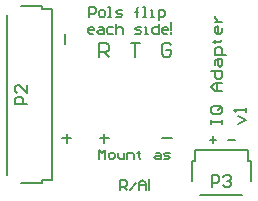
<source format=gto>
G04*
G04 #@! TF.GenerationSoftware,Altium Limited,Altium Designer,23.10.1 (27)*
G04*
G04 Layer_Color=65535*
%FSLAX25Y25*%
%MOIN*%
G70*
G04*
G04 #@! TF.SameCoordinates,C1A9210B-CA7C-4178-8FF3-1732785E61EF*
G04*
G04*
G04 #@! TF.FilePolarity,Positive*
G04*
G01*
G75*
%ADD10C,0.00787*%
%ADD11C,0.00591*%
D10*
X21654Y-33465D02*
X35630D01*
X19783Y-18504D02*
X37500D01*
X18799Y-28937D02*
Y-22047D01*
X19783Y-20571D02*
Y-18504D01*
X38484Y-28937D02*
Y-22047D01*
X37500Y-20571D02*
Y-18504D01*
Y-22047D02*
X38484D01*
X37500D02*
Y-20571D01*
X18799Y-22047D02*
X19783D01*
Y-20571D01*
X-31201Y28543D02*
X-29724Y28543D01*
X-31201Y28543D02*
Y29528D01*
Y-28543D02*
X-29724D01*
X-31201Y-29528D02*
Y-28543D01*
X-29724D02*
X-27657D01*
X-38091Y-29528D02*
X-31201Y-29528D01*
X-29724Y28543D02*
X-27657D01*
X-38091Y29528D02*
X-31201Y29528D01*
X-27657Y-28543D02*
Y28543D01*
X-42618Y-26673D02*
Y26673D01*
X-15256Y25951D02*
Y29100D01*
X-13682D01*
X-13157Y28575D01*
Y27525D01*
X-13682Y27001D01*
X-15256D01*
X-11583Y25951D02*
X-10533D01*
X-10008Y26476D01*
Y27525D01*
X-10533Y28050D01*
X-11583D01*
X-12107Y27525D01*
Y26476D01*
X-11583Y25951D01*
X-8959D02*
X-7909D01*
X-8434D01*
Y29100D01*
X-8959D01*
X-6335Y25951D02*
X-4761D01*
X-4236Y26476D01*
X-4761Y27001D01*
X-5810D01*
X-6335Y27525D01*
X-5810Y28050D01*
X-4236D01*
X487Y25951D02*
Y28575D01*
Y27525D01*
X-38D01*
X1012D01*
X487D01*
Y28575D01*
X1012Y29100D01*
X2586Y25951D02*
X3636D01*
X3111D01*
Y29100D01*
X2586D01*
X5210Y25951D02*
X6260D01*
X5735D01*
Y28050D01*
X5210D01*
X7834Y24902D02*
Y28050D01*
X9408D01*
X9933Y27525D01*
Y26476D01*
X9408Y25951D01*
X7834D01*
X25148Y-9843D02*
Y-8531D01*
Y-9187D01*
X29083D01*
Y-9843D01*
Y-8531D01*
X28427Y-3939D02*
X25804D01*
X25148Y-4595D01*
Y-5907D01*
X25804Y-6563D01*
X28427D01*
X29083Y-5907D01*
Y-4595D01*
X27771Y-5251D02*
X29083Y-3939D01*
Y-4595D02*
X28427Y-3939D01*
X29083Y1309D02*
X26460D01*
X25148Y2621D01*
X26460Y3932D01*
X29083D01*
X27115D01*
Y1309D01*
X25148Y7868D02*
X29083D01*
Y5900D01*
X28427Y5244D01*
X27115D01*
X26460Y5900D01*
Y7868D01*
Y9836D02*
Y11148D01*
X27115Y11804D01*
X29083D01*
Y9836D01*
X28427Y9180D01*
X27771Y9836D01*
Y11804D01*
X30395Y13116D02*
X26460D01*
Y15084D01*
X27115Y15740D01*
X28427D01*
X29083Y15084D01*
Y13116D01*
X25804Y17708D02*
X26460D01*
Y17052D01*
Y18364D01*
Y17708D01*
X28427D01*
X29083Y18364D01*
Y22299D02*
Y20987D01*
X28427Y20332D01*
X27115D01*
X26460Y20987D01*
Y22299D01*
X27115Y22955D01*
X27771D01*
Y20332D01*
X26460Y24267D02*
X29083D01*
X27771D01*
X27115Y24923D01*
X26460Y25579D01*
Y26235D01*
X34384Y-9843D02*
X37008Y-8531D01*
X34384Y-7219D01*
X37008Y-5907D02*
Y-4595D01*
Y-5251D01*
X33072D01*
X33728Y-5907D01*
X-14174Y20374D02*
X-15223D01*
X-15748Y20899D01*
Y21948D01*
X-15223Y22473D01*
X-14174D01*
X-13649Y21948D01*
Y21423D01*
X-15748D01*
X-12075Y22473D02*
X-11025D01*
X-10500Y21948D01*
Y20374D01*
X-12075D01*
X-12599Y20899D01*
X-12075Y21423D01*
X-10500D01*
X-7352Y22473D02*
X-8926D01*
X-9451Y21948D01*
Y20899D01*
X-8926Y20374D01*
X-7352D01*
X-6302Y23523D02*
Y20374D01*
Y21948D01*
X-5777Y22473D01*
X-4728D01*
X-4203Y21948D01*
Y20374D01*
X-5D02*
X1569D01*
X2094Y20899D01*
X1569Y21423D01*
X520D01*
X-5Y21948D01*
X520Y22473D01*
X2094D01*
X3144Y20374D02*
X4193D01*
X3668D01*
Y22473D01*
X3144D01*
X7866Y23523D02*
Y20374D01*
X6292D01*
X5767Y20899D01*
Y21948D01*
X6292Y22473D01*
X7866D01*
X10490Y20374D02*
X9441D01*
X8916Y20899D01*
Y21948D01*
X9441Y22473D01*
X10490D01*
X11015Y21948D01*
Y21423D01*
X8916D01*
X12065D02*
Y24047D01*
Y20899D02*
Y20374D01*
X24803Y-14961D02*
X26902D01*
X25853Y-13912D02*
Y-16011D01*
X31100Y-14961D02*
X33199D01*
X25460Y-30708D02*
Y-26772D01*
X27428D01*
X28084Y-27428D01*
Y-28740D01*
X27428Y-29396D01*
X25460D01*
X29396Y-27428D02*
X30052Y-26772D01*
X31364D01*
X32020Y-27428D01*
Y-28084D01*
X31364Y-28740D01*
X30708D01*
X31364D01*
X32020Y-29396D01*
Y-30052D01*
X31364Y-30708D01*
X30052D01*
X29396Y-30052D01*
X-23228Y20079D02*
Y16930D01*
X-21260Y-14567D02*
X-24408D01*
X-22834Y-12993D02*
Y-16142D01*
X12007Y16534D02*
X11220Y17321D01*
X9645D01*
X8858Y16534D01*
Y13386D01*
X9645Y12598D01*
X11220D01*
X12007Y13386D01*
Y14960D01*
X10433D01*
X-12008Y12598D02*
Y17321D01*
X-9646D01*
X-8859Y16534D01*
Y14960D01*
X-9646Y14173D01*
X-12008D01*
X-10434D02*
X-8859Y12598D01*
X-1476Y17321D02*
X1672D01*
X98D01*
Y12598D01*
X9055Y-14567D02*
X12204D01*
X-11811Y-14567D02*
X-8662D01*
X-10237Y-12993D02*
Y-16142D01*
X-36221Y-3280D02*
X-40157D01*
Y-1312D01*
X-39501Y-656D01*
X-38189D01*
X-37533Y-1312D01*
Y-3280D01*
X-36221Y3280D02*
Y656D01*
X-38845Y3280D01*
X-39501D01*
X-40157Y2624D01*
Y1312D01*
X-39501Y656D01*
D11*
X-12008Y-21457D02*
Y-18308D01*
X-10958Y-19358D01*
X-9909Y-18308D01*
Y-21457D01*
X-8335D02*
X-7285D01*
X-6760Y-20932D01*
Y-19882D01*
X-7285Y-19358D01*
X-8335D01*
X-8859Y-19882D01*
Y-20932D01*
X-8335Y-21457D01*
X-5711Y-19358D02*
Y-20932D01*
X-5186Y-21457D01*
X-3612D01*
Y-19358D01*
X-2562Y-21457D02*
Y-19358D01*
X-988D01*
X-463Y-19882D01*
Y-21457D01*
X1111Y-18833D02*
Y-19358D01*
X587D01*
X1636D01*
X1111D01*
Y-20932D01*
X1636Y-21457D01*
X6884Y-19358D02*
X7933D01*
X8458Y-19882D01*
Y-21457D01*
X6884D01*
X6359Y-20932D01*
X6884Y-20407D01*
X8458D01*
X9507Y-21457D02*
X11082D01*
X11607Y-20932D01*
X11082Y-20407D01*
X10032D01*
X9507Y-19882D01*
X10032Y-19358D01*
X11607D01*
X-4921Y-31693D02*
Y-28544D01*
X-3347D01*
X-2822Y-29069D01*
Y-30119D01*
X-3347Y-30643D01*
X-4921D01*
X-3872D02*
X-2822Y-31693D01*
X-1773D02*
X326Y-29594D01*
X1376Y-31693D02*
Y-29594D01*
X2425Y-28544D01*
X3475Y-29594D01*
Y-31693D01*
Y-30119D01*
X1376D01*
X4524Y-30643D02*
Y-28020D01*
Y-31168D02*
Y-31693D01*
M02*

</source>
